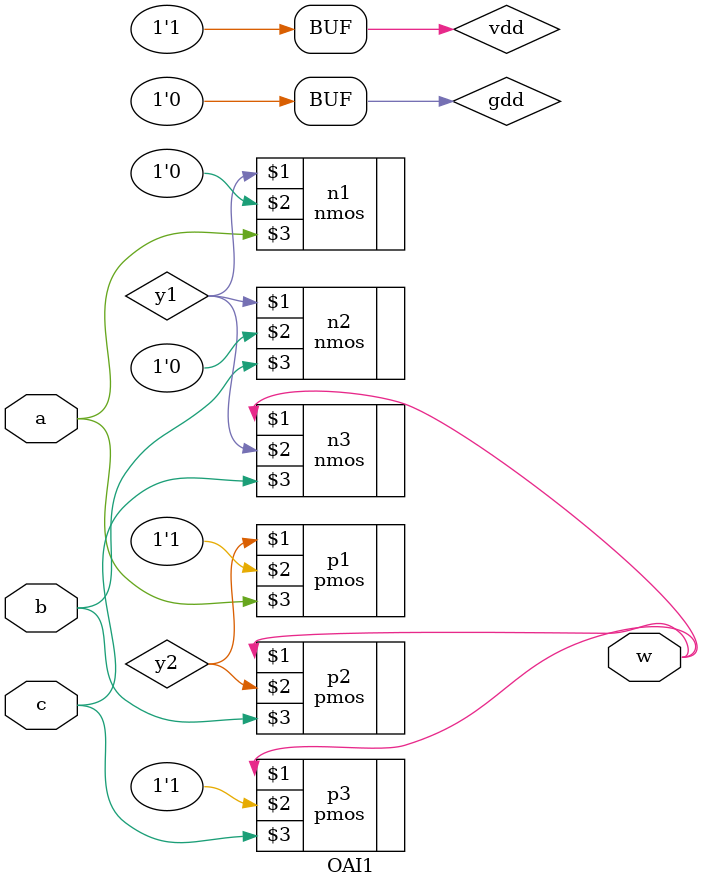
<source format=v>
module OAI1(input a,b,c, output w);
    supply1 vdd;
    supply0 gdd;
    wire y1, y2;
    pmos #(5,6,7) p1(y2, vdd, a), p2(w, y2, b), p3(w, vdd, c);
    nmos #(3,4,5) n1(y1, gdd, a), n2(y1, gdd, b), n3(w, y1, c);
endmodule
</source>
